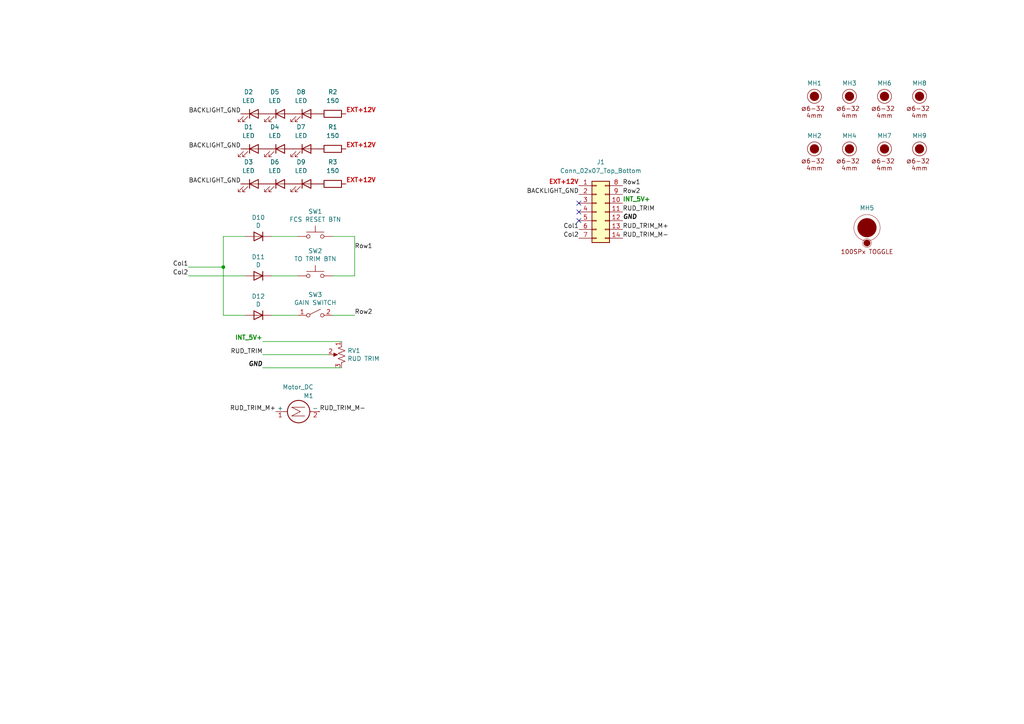
<source format=kicad_sch>
(kicad_sch (version 20231120) (generator "eeschema") (generator_version "8.0")
  (paper "A4")
  (lib_symbols
    (symbol "Connector_Generic:Conn_02x07_Top_Bottom" (pin_names (offset 1.016) hide)
      (property "Reference" "J" (at 1.27 10.16 0))
      (property "Value" "Conn_02x07_Top_Bottom" (at 1.27 -10.16 0))
      (symbol "Conn_02x07_Top_Bottom_1_1"
        (rectangle (start -1.27 -7.493) (end 0 -7.747) (stroke (width 0.1524)))
        (rectangle (start -1.27 -4.953) (end 0 -5.207) (stroke (width 0.1524)))
        (rectangle (start -1.27 -2.413) (end 0 -2.667) (stroke (width 0.1524)))
        (rectangle (start -1.27 0.127) (end 0 -0.127) (stroke (width 0.1524)))
        (rectangle (start -1.27 2.667) (end 0 2.413) (stroke (width 0.1524)))
        (rectangle (start -1.27 5.207) (end 0 4.953) (stroke (width 0.1524)))
        (rectangle (start -1.27 7.747) (end 0 7.493) (stroke (width 0.1524)))
        (rectangle (start -1.27 8.89) (end 3.81 -8.89) (stroke (width 0.254)) (fill (type background)))
        (rectangle (start 3.81 -7.493) (end 2.54 -7.747) (stroke (width 0.1524)))
        (rectangle (start 3.81 -4.953) (end 2.54 -5.207) (stroke (width 0.1524)))
        (rectangle (start 3.81 -2.413) (end 2.54 -2.667) (stroke (width 0.1524)))
        (rectangle (start 3.81 0.127) (end 2.54 -0.127) (stroke (width 0.1524)))
        (rectangle (start 3.81 2.667) (end 2.54 2.413) (stroke (width 0.1524)))
        (rectangle (start 3.81 5.207) (end 2.54 4.953) (stroke (width 0.1524)))
        (rectangle (start 3.81 7.747) (end 2.54 7.493) (stroke (width 0.1524)))
        (pin passive line (at -5.08 7.62 0) (length 3.81) (name "Pin_1") (number "1"))
        (pin passive line (at 7.62 2.54 180) (length 3.81) (name "Pin_10") (number "10"))
        (pin passive line (at 7.62 0 180) (length 3.81) (name "Pin_11") (number "11"))
        (pin passive line (at 7.62 -2.54 180) (length 3.81) (name "Pin_12") (number "12"))
        (pin passive line (at 7.62 -5.08 180) (length 3.81) (name "Pin_13") (number "13"))
        (pin passive line (at 7.62 -7.62 180) (length 3.81) (name "Pin_14") (number "14"))
        (pin passive line (at -5.08 5.08 0) (length 3.81) (name "Pin_2") (number "2"))
        (pin passive line (at -5.08 2.54 0) (length 3.81) (name "Pin_3") (number "3"))
        (pin passive line (at -5.08 0 0) (length 3.81) (name "Pin_4") (number "4"))
        (pin passive line (at -5.08 -2.54 0) (length 3.81) (name "Pin_5") (number "5"))
        (pin passive line (at -5.08 -5.08 0) (length 3.81) (name "Pin_6") (number "6"))
        (pin passive line (at -5.08 -7.62 0) (length 3.81) (name "Pin_7") (number "7"))
        (pin passive line (at 7.62 7.62 180) (length 3.81) (name "Pin_8") (number "8"))
        (pin passive line (at 7.62 5.08 180) (length 3.81) (name "Pin_9") (number "9"))
      )
    )
    (symbol "Device:D" (pin_numbers hide) (pin_names (offset 1.016) hide)
      (property "Reference" "D" (at 0 2.54 0))
      (property "Value" "D" (at 0 -2.54 0))
      (symbol "D_0_1"
        (polyline (pts (xy -1.27 1.27) (xy -1.27 -1.27)) (stroke (width 0.254)))
        (polyline (pts (xy 1.27 0) (xy -1.27 0)))
        (polyline (pts (xy 1.27 1.27) (xy 1.27 -1.27) (xy -1.27 0) (xy 1.27 1.27)) (stroke (width 0.254)))
      )
      (symbol "D_1_1"
        (pin passive line (at -3.81 0 0) (length 2.54) (name "K") (number "1"))
        (pin passive line (at 3.81 0 180) (length 2.54) (name "A") (number "2"))
      )
    )
    (symbol "Device:LED" (pin_numbers hide) (pin_names (offset 1.016) hide)
      (property "Reference" "D" (at 0 2.54 0))
      (property "Value" "LED" (at 0 -2.54 0))
      (symbol "LED_0_1"
        (polyline (pts (xy -1.27 -1.27) (xy -1.27 1.27)) (stroke (width 0.254)))
        (polyline (pts (xy -1.27 0) (xy 1.27 0)))
        (polyline (pts (xy 1.27 -1.27) (xy 1.27 1.27) (xy -1.27 0) (xy 1.27 -1.27)) (stroke (width 0.254)))
        (polyline (pts (xy -3.048 -0.762) (xy -4.572 -2.286) (xy -3.81 -2.286) (xy -4.572 -2.286) (xy -4.572 -1.524)))
        (polyline (pts (xy -1.778 -0.762) (xy -3.302 -2.286) (xy -2.54 -2.286) (xy -3.302 -2.286) (xy -3.302 -1.524)))
      )
      (symbol "LED_1_1"
        (pin passive line (at -3.81 0 0) (length 2.54) (name "K") (number "1"))
        (pin passive line (at 3.81 0 180) (length 2.54) (name "A") (number "2"))
      )
    )
    (symbol "Device:R" (pin_numbers hide) (pin_names (offset 0))
      (property "Reference" "R" (at 2.032 0 90))
      (property "Value" "R" (at 0 0 90))
      (symbol "R_0_1"
        (rectangle (start -1.016 -2.54) (end 1.016 2.54) (stroke (width 0.254)))
      )
      (symbol "R_1_1"
        (pin passive line (at 0 3.81 270) (length 1.27) (name "~") (number "1"))
        (pin passive line (at 0 -3.81 90) (length 1.27) (name "~") (number "2"))
      )
    )
    (symbol "Device:R_POT_US" (pin_names (offset 1.016) hide)
      (property "Reference" "RV" (at -4.445 0 90))
      (property "Value" "Device_R_POT_US" (at -2.54 0 90))
      (symbol "R_POT_US_0_1"
        (polyline (pts (xy 0 -2.286) (xy 0 -2.54)))
        (polyline (pts (xy 0 2.54) (xy 0 2.286)))
        (polyline (pts (xy 2.54 0) (xy 1.524 0)))
        (polyline (pts (xy 1.143 0) (xy 2.286 0.508) (xy 2.286 -0.508) (xy 1.143 0)) (fill (type outline)))
        (polyline (pts (xy 0 -0.762) (xy 1.016 -1.143) (xy 0 -1.524) (xy -1.016 -1.905) (xy 0 -2.286)))
        (polyline (pts (xy 0 0.762) (xy 1.016 0.381) (xy 0 0) (xy -1.016 -0.381) (xy 0 -0.762)))
        (polyline (pts (xy 0 2.286) (xy 1.016 1.905) (xy 0 1.524) (xy -1.016 1.143) (xy 0 0.762)))
      )
      (symbol "R_POT_US_1_1"
        (pin passive line (at 0 3.81 270) (length 1.27) (name "1") (number "1"))
        (pin passive line (at 3.81 0 180) (length 1.27) (name "2") (number "2"))
        (pin passive line (at 0 -3.81 90) (length 1.27) (name "3") (number "3"))
      )
    )
    (symbol "Motor:Motor_DC" (pin_names (offset 0))
      (property "Reference" "M" (at 2.54 2.54 0))
      (property "Value" "Motor_DC" (at 2.54 -5.08 0))
      (symbol "Motor_DC_0_0"
        (polyline (pts (xy -1.27 -3.302) (xy -1.27 0.508) (xy 0 -2.032) (xy 1.27 0.508) (xy 1.27 -3.302)))
      )
      (symbol "Motor_DC_0_1"
        (circle (center 0 -1.524) (radius 3.2512) (stroke (width 0.254)))
        (polyline (pts (xy 0 -7.62) (xy 0 -7.112)))
        (polyline (pts (xy 0 -4.7752) (xy 0 -5.1816)))
        (polyline (pts (xy 0 1.7272) (xy 0 2.0828)))
        (polyline (pts (xy 0 2.032) (xy 0 2.54)))
      )
      (symbol "Motor_DC_1_1"
        (pin passive line (at 0 5.08 270) (length 2.54) (name "+") (number "1"))
        (pin passive line (at 0 -7.62 90) (length 2.54) (name "-") (number "2"))
      )
    )
    (symbol "OH_Symbols:MountingHole_100SPx_Toggle" (pin_names (offset 1.016)) (in_bom no)
      (property "Reference" "MH" (at 0 5.715 0))
      (symbol "MountingHole_100SPx_Toggle_1_1"
        (circle (center 0 -4.445) (radius 0.898) (fill (type outline)))
        (circle (center 0 -4.445) (radius 1.27) (stroke (width 0.1)))
        (circle (center 0 0) (radius 2.6941) (fill (type outline)))
        (circle (center 0 0) (radius 3.81) (stroke (width 0.1)))
        (text "100SPx TOGGLE" (at 0 -6.985 0) (effects (font (size 1.27 1.27))))
      )
    )
    (symbol "OH_Symbols:MountingHole_6x32_PHS" (pin_numbers hide) (pin_names (offset 0) hide) (in_bom no)
      (property "Reference" "MH" (at 0 3.81 0))
      (symbol "MountingHole_6x32_PHS_0_0"
        (circle (center 0 0) (radius 1.27) (fill (type outline)))
        (circle (center 0 0) (radius 2.032))
      )
      (symbol "MountingHole_6x32_PHS_1_1"
        (text "⌀6-32 \n4mm" (at 0 -4.572 0) (effects (font (size 1.27 1.27))))
      )
    )
    (symbol "Switch:SW_Push" (pin_numbers hide) (pin_names (offset 1.016) hide)
      (property "Reference" "SW" (at 1.27 2.54 0))
      (property "Value" "SW_Push" (at 0 -1.524 0))
      (symbol "SW_Push_0_1"
        (circle (center -2.032 0) (radius 0.508))
        (polyline (pts (xy 0 1.27) (xy 0 3.048)))
        (polyline (pts (xy 2.54 1.27) (xy -2.54 1.27)))
        (circle (center 2.032 0) (radius 0.508))
        (pin passive line (at -5.08 0 0) (length 2.54) (name "1") (number "1"))
        (pin passive line (at 5.08 0 180) (length 2.54) (name "2") (number "2"))
      )
    )
    (symbol "Switch:SW_SPST" (pin_names (offset 0) hide)
      (property "Reference" "SW" (at 0 3.175 0))
      (property "Value" "SW_SPST" (at 0 -2.54 0))
      (symbol "SW_SPST_0_0"
        (circle (center -2.032 0) (radius 0.508))
        (polyline (pts (xy -1.524 0.254) (xy 1.524 1.778)))
        (circle (center 2.032 0) (radius 0.508))
      )
      (symbol "SW_SPST_1_1"
        (pin passive line (at -5.08 0 0) (length 2.54) (name "A") (number "1"))
        (pin passive line (at 5.08 0 180) (length 2.54) (name "B") (number "2"))
      )
    )
  )
  (junction (at 64.77 77.47))
  (no_connect (at 167.894 64.008))
  (no_connect (at 167.894 61.468))
  (no_connect (at 167.894 58.928))
  (wire (pts (xy 64.77 77.47) (xy 64.77 91.44)))
  (wire (pts (xy 102.87 68.58) (xy 102.87 80.01)))
  (wire (pts (xy 64.77 77.47) (xy 54.61 77.47)))
  (wire (pts (xy 95.25 102.87) (xy 76.2 102.87)))
  (wire (pts (xy 64.77 68.58) (xy 71.12 68.58)))
  (wire (pts (xy 102.87 80.01) (xy 96.52 80.01)))
  (wire (pts (xy 78.74 68.58) (xy 86.36 68.58)))
  (wire (pts (xy 86.36 91.44) (xy 78.74 91.44)))
  (wire (pts (xy 64.77 68.58) (xy 64.77 77.47)))
  (wire (pts (xy 99.06 106.68) (xy 76.2 106.68)))
  (wire (pts (xy 76.2 99.06) (xy 99.06 99.06)))
  (wire (pts (xy 102.87 91.44) (xy 96.52 91.44)))
  (wire (pts (xy 54.61 80.01) (xy 71.12 80.01)))
  (wire (pts (xy 78.74 80.01) (xy 86.36 80.01)))
  (wire (pts (xy 64.77 91.44) (xy 71.12 91.44)))
  (wire (pts (xy 96.52 68.58) (xy 102.87 68.58)))
  (label "Col2" (at 167.894 69.088 180))
  (label "INT_5V+" (at 76.2 99.06 180) (effects (font (thickness 0.254) (bold yes))))
  (label "RUD_TRIM_M+" (at 80.01 119.38 180))
  (label "RUD_TRIM" (at 180.594 61.468 0))
  (label "BACKLIGHT_GND" (at 69.85 53.34 180))
  (label "BACKLIGHT_GND" (at 69.85 43.18 180))
  (label "Row2" (at 102.87 91.44 0))
  (label "GND" (at 180.594 64.008 0) (effects (font (thickness 0.254) (bold yes) (italic yes))))
  (label "EXT+12V" (at 100.33 33.02 0) (effects (font (thickness 0.254) (bold yes))))
  (label "BACKLIGHT_GND" (at 69.85 33.02 180))
  (label "RUD_TRIM_M-" (at 92.71 119.38 0))
  (label "GND" (at 76.2 106.68 180) (effects (font (thickness 0.254) (bold yes) (italic yes))))
  (label "Row2" (at 180.594 56.388 0))
  (label "RUD_TRIM" (at 76.2 102.87 180))
  (label "Row1" (at 102.87 72.39 0))
  (label "BACKLIGHT_GND" (at 167.894 56.388 180))
  (label "RUD_TRIM_M-" (at 180.594 69.088 0))
  (label "RUD_TRIM_M+" (at 180.594 66.548 0))
  (label "EXT+12V" (at 100.33 43.18 0) (effects (font (thickness 0.254) (bold yes))))
  (label "Col1" (at 167.894 66.548 180))
  (label "EXT+12V" (at 167.894 53.848 180) (effects (font (thickness 0.254) (bold yes))))
  (label "INT_5V+" (at 180.594 58.928 0) (effects (font (thickness 0.254) (bold yes))))
  (label "Col2" (at 54.61 80.01 180))
  (label "EXT+12V" (at 100.33 53.34 0) (effects (font (thickness 0.254) (bold yes))))
  (label "Row1" (at 180.594 53.848 0))
  (label "Col1" (at 54.61 77.47 180))
  (symbol (lib_id "OH_Symbols:MountingHole_6x32_PHS") (at 266.7 43.18 0) (unit 1) (in_bom no)
    (property "Reference" "MH9" (at 266.7 39.37 0))
    (property "Value" "6x32 / 4mm" (effects (hide yes)))
    (property "Footprint" "OH_Footprints:MountingHole_6-32_PHS" (effects (hide yes)))
  )
  (symbol (lib_id "Device:LED") (at 81.28 43.18 0) (unit 1)
    (property "Reference" "D4" (at 79.6925 36.83 0))
    (property "Value" "LED" (at 79.6925 39.37 0))
    (property "Footprint" "LED_THT:LED_D3.0mm_FlatTop" (effects (hide yes)))
  )
  (symbol (lib_id "Switch:SW_Push") (at 91.44 80.01 0) (unit 1)
    (property "Reference" "SW2" (at 91.44 72.771 0))
    (property "Value" "TO TRIM BTN" (at 91.44 75.0824 0))
    (property "Footprint" "Connector_JST:JST_XH_B2B-XH-A_1x02_P2.50mm_Vertical" (effects (hide yes)))
  )
  (symbol (lib_id "OH_Symbols:MountingHole_6x32_PHS") (at 266.7 27.94 0) (unit 1) (in_bom no)
    (property "Reference" "MH8" (at 266.7 24.13 0))
    (property "Value" "6x32 / 4mm" (effects (hide yes)))
    (property "Footprint" "OH_Footprints:MountingHole_6-32_PHS" (effects (hide yes)))
  )
  (symbol (lib_id "Device:LED") (at 88.9 53.34 0) (unit 1)
    (property "Reference" "D9" (at 87.3125 46.99 0))
    (property "Value" "LED" (at 87.3125 49.53 0))
    (property "Footprint" "LED_THT:LED_D3.0mm_FlatTop" (effects (hide yes)))
  )
  (symbol (lib_id "Device:D") (at 74.93 80.01 0) (mirror y) (unit 1)
    (property "Reference" "D11" (at 74.93 74.5236 0))
    (property "Value" "D" (at 74.93 76.835 0))
    (property "Footprint" "Library:D_A-405_P7.62mm_Horizontal-SIGNAL" (effects (hide yes)))
  )
  (symbol (lib_id "OH_Symbols:MountingHole_100SPx_Toggle") (at 251.46 66.04 0) (unit 1) (in_bom no)
    (property "Reference" "MH5" (at 251.46 60.325 0))
    (property "Value" "Switch_100SPx" (effects (hide yes)))
    (property "Footprint" "OH_Footprints:100SPX_Toggle_13mm_x_18mm" (effects (hide yes)))
    (property "Datasheet" "https://sten-eswitch-13110800-production.s3.amazonaws.com/system/asset/product_line/data_sheet/129/100.pdf" (effects (hide yes)))
  )
  (symbol (lib_id "Device:LED") (at 81.28 53.34 0) (unit 1)
    (property "Reference" "D6" (at 79.6925 46.99 0))
    (property "Value" "LED" (at 79.6925 49.53 0))
    (property "Footprint" "LED_THT:LED_D3.0mm_FlatTop" (effects (hide yes)))
  )
  (symbol (lib_id "OH_Symbols:MountingHole_6x32_PHS") (at 246.38 43.18 0) (unit 1) (in_bom no)
    (property "Reference" "MH4" (at 246.38 39.37 0))
    (property "Value" "6x32 / 4mm" (effects (hide yes)))
    (property "Footprint" "OH_Footprints:MountingHole_6-32_PHS" (effects (hide yes)))
  )
  (symbol (lib_id "Switch:SW_SPST") (at 91.44 91.44 0) (unit 1)
    (property "Reference" "SW3" (at 91.44 85.471 0))
    (property "Value" "GAIN SWITCH" (at 91.44 87.7824 0))
    (property "Footprint" "Connector_JST:JST_XH_B2B-XH-A_1x02_P2.50mm_Vertical" (effects (hide yes)))
  )
  (symbol (lib_id "Device:LED") (at 88.9 33.02 0) (unit 1)
    (property "Reference" "D8" (at 87.3125 26.67 0))
    (property "Value" "LED" (at 87.3125 29.21 0))
    (property "Footprint" "LED_THT:LED_D3.0mm_FlatTop" (effects (hide yes)))
  )
  (symbol (lib_id "Device:LED") (at 73.66 33.02 0) (unit 1)
    (property "Reference" "D2" (at 72.0725 26.67 0))
    (property "Value" "LED" (at 72.0725 29.21 0))
    (property "Footprint" "LED_THT:LED_D3.0mm_FlatTop" (effects (hide yes)))
  )
  (symbol (lib_id "Device:LED") (at 73.66 43.18 0) (unit 1)
    (property "Reference" "D1" (at 72.0725 36.83 0))
    (property "Value" "LED" (at 72.0725 39.37 0))
    (property "Footprint" "LED_THT:LED_D3.0mm_FlatTop" (effects (hide yes)))
  )
  (symbol (lib_id "Device:R") (at 96.52 53.34 90) (unit 1)
    (property "Reference" "R3" (at 96.52 46.99 90))
    (property "Value" "150" (at 96.52 49.53 90))
    (property "Footprint" "Resistor_THT:R_Axial_DIN0204_L3.6mm_D1.6mm_P7.62mm_Horizontal" (effects (hide yes)))
  )
  (symbol (lib_id "Device:R") (at 96.52 43.18 90) (unit 1)
    (property "Reference" "R1" (at 96.52 36.83 90))
    (property "Value" "150" (at 96.52 39.37 90))
    (property "Footprint" "Resistor_THT:R_Axial_DIN0204_L3.6mm_D1.6mm_P7.62mm_Horizontal" (effects (hide yes)))
  )
  (symbol (lib_id "Device:LED") (at 73.66 53.34 0) (unit 1)
    (property "Reference" "D3" (at 72.0725 46.99 0))
    (property "Value" "LED" (at 72.0725 49.53 0))
    (property "Footprint" "LED_THT:LED_D3.0mm_FlatTop" (effects (hide yes)))
  )
  (symbol (lib_id "Switch:SW_Push") (at 91.44 68.58 0) (unit 1)
    (property "Reference" "SW1" (at 91.44 61.341 0))
    (property "Value" "FCS RESET BTN" (at 91.44 63.6524 0))
    (property "Footprint" "Connector_JST:JST_XH_B2B-XH-A_1x02_P2.50mm_Vertical" (effects (hide yes)))
  )
  (symbol (lib_id "Connector_Generic:Conn_02x07_Top_Bottom") (at 172.974 61.468 0) (unit 1)
    (property "Reference" "J1" (at 174.244 46.99 0))
    (property "Value" "Conn_02x07_Top_Bottom" (at 174.244 49.53 0))
    (property "Footprint" "Connector_IDC:IDC-Header_2x07_P2.54mm_Vertical" (effects (hide yes)))
  )
  (symbol (lib_id "OH_Symbols:MountingHole_6x32_PHS") (at 256.54 43.18 0) (unit 1) (in_bom no)
    (property "Reference" "MH7" (at 256.54 39.37 0))
    (property "Value" "6x32 / 4mm" (effects (hide yes)))
    (property "Footprint" "OH_Footprints:MountingHole_6-32_PHS" (effects (hide yes)))
  )
  (symbol (lib_id "OH_Symbols:MountingHole_6x32_PHS") (at 236.22 43.18 0) (unit 1) (in_bom no)
    (property "Reference" "MH2" (at 236.22 39.37 0))
    (property "Value" "6x32 / 4mm" (effects (hide yes)))
    (property "Footprint" "OH_Footprints:MountingHole_6-32_PHS" (effects (hide yes)))
  )
  (symbol (lib_id "Device:D") (at 74.93 91.44 0) (mirror y) (unit 1)
    (property "Reference" "D12" (at 74.93 85.9536 0))
    (property "Value" "D" (at 74.93 88.265 0))
    (property "Footprint" "Library:D_A-405_P7.62mm_Horizontal-SIGNAL" (effects (hide yes)))
  )
  (symbol (lib_id "OH_Symbols:MountingHole_6x32_PHS") (at 236.22 27.94 0) (unit 1) (in_bom no)
    (property "Reference" "MH1" (at 236.22 24.13 0))
    (property "Value" "6x32 / 4mm" (effects (hide yes)))
    (property "Footprint" "OH_Footprints:MountingHole_6-32_PHS" (effects (hide yes)))
  )
  (symbol (lib_id "Device:LED") (at 81.28 33.02 0) (unit 1)
    (property "Reference" "D5" (at 79.6925 26.67 0))
    (property "Value" "LED" (at 79.6925 29.21 0))
    (property "Footprint" "LED_THT:LED_D3.0mm_FlatTop" (effects (hide yes)))
  )
  (symbol (lib_id "OH_Symbols:MountingHole_6x32_PHS") (at 246.38 27.94 0) (unit 1) (in_bom no)
    (property "Reference" "MH3" (at 246.38 24.13 0))
    (property "Value" "6x32 / 4mm" (effects (hide yes)))
    (property "Footprint" "OH_Footprints:MountingHole_6-32_PHS" (effects (hide yes)))
  )
  (symbol (lib_id "Device:D") (at 74.93 68.58 0) (mirror y) (unit 1)
    (property "Reference" "D10" (at 74.93 63.0936 0))
    (property "Value" "D" (at 74.93 65.405 0))
    (property "Footprint" "Library:D_A-405_P7.62mm_Horizontal-SIGNAL" (effects (hide yes)))
  )
  (symbol (lib_id "Device:R") (at 96.52 33.02 90) (unit 1)
    (property "Reference" "R2" (at 96.52 26.67 90))
    (property "Value" "150" (at 96.52 29.21 90))
    (property "Footprint" "Resistor_THT:R_Axial_DIN0204_L3.6mm_D1.6mm_P7.62mm_Horizontal" (effects (hide yes)))
  )
  (symbol (lib_id "Device:LED") (at 88.9 43.18 0) (unit 1)
    (property "Reference" "D7" (at 87.3125 36.83 0))
    (property "Value" "LED" (at 87.3125 39.37 0))
    (property "Footprint" "LED_THT:LED_D3.0mm_FlatTop" (effects (hide yes)))
  )
  (symbol (lib_id "Motor:Motor_DC") (at 85.09 119.38 90) (unit 1)
    (property "Reference" "M1" (at 90.932 114.808 90) (effects (justify left)))
    (property "Value" "Motor_DC" (at 90.932 112.268 90) (effects (justify left)))
    (property "Footprint" "Connector_JST:JST_XH_B2B-XH-A_1x02_P2.50mm_Vertical" (effects (hide yes)))
    (property "Description" "DC Motor" (effects (hide yes)))
  )
  (symbol (lib_id "OH_Symbols:MountingHole_6x32_PHS") (at 256.54 27.94 0) (unit 1) (in_bom no)
    (property "Reference" "MH6" (at 256.54 24.13 0))
    (property "Value" "6x32 / 4mm" (effects (hide yes)))
    (property "Footprint" "OH_Footprints:MountingHole_6-32_PHS" (effects (hide yes)))
  )
  (symbol (lib_id "Device:R_POT_US") (at 99.06 102.87 0) (mirror y) (unit 1)
    (property "Reference" "RV1" (at 100.7618 101.7016 0) (effects (justify right)))
    (property "Value" "RUD TRIM" (at 100.7618 104.013 0) (effects (justify right)))
    (property "Footprint" "Connector_JST:JST_XH_B3B-XH-A_1x03_P2.50mm_Vertical" (effects (hide yes)))
  )
)
</source>
